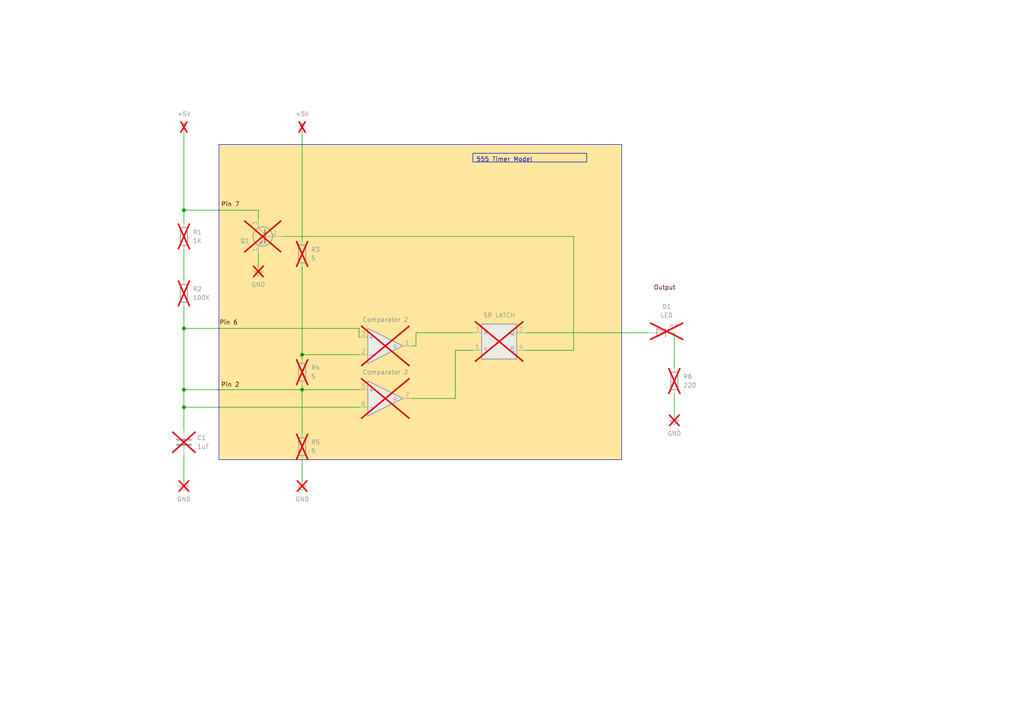
<source format=kicad_sch>
(kicad_sch (version 20231120) (generator "eeschema") (generator_version "8.0")
  (paper "A4")
  (lib_symbols
    (symbol "Comparator:LMV393" (pin_names (offset 0.127))
      (property "Reference" "U" (at 3.81 3.81 0))
      (property "Value" "LMV393" (at 6.35 -3.81 0))
      (symbol "LMV393_1_1"
        (polyline (pts (xy -5.08 5.08) (xy 5.08 0) (xy -5.08 -5.08) (xy -5.08 5.08)) (stroke (width 0.254)) (fill (type background)))
        (polyline (pts (xy 3.302 -0.508) (xy 2.794 -0.508) (xy 3.302 0) (xy 2.794 0.508) (xy 2.286 0) (xy 2.794 -0.508) (xy 2.286 -0.508)) (stroke (width 0.127)))
        (pin open_collector line (at 7.62 0 180) (length 2.54) (name "~") (number "1"))
        (pin input line (at -7.62 -2.54 0) (length 2.54) (name "-") (number "2"))
        (pin input line (at -7.62 2.54 0) (length 2.54) (name "+") (number "3"))
      )
      (symbol "LMV393_2_1"
        (polyline (pts (xy -5.08 5.08) (xy 5.08 0) (xy -5.08 -5.08) (xy -5.08 5.08)) (stroke (width 0.254)) (fill (type background)))
        (polyline (pts (xy 3.302 -0.508) (xy 2.794 -0.508) (xy 3.302 0) (xy 2.794 0.508) (xy 2.286 0) (xy 2.794 -0.508) (xy 2.286 -0.508)) (stroke (width 0.127)))
        (pin input line (at -7.62 2.54 0) (length 2.54) (name "+") (number "5"))
        (pin input line (at -7.62 -2.54 0) (length 2.54) (name "-") (number "6"))
        (pin open_collector line (at 7.62 0 180) (length 2.54) (name "~") (number "7"))
      )
      (symbol "LMV393_3_1"
        (pin power_in line (at -2.54 -7.62 90) (length 3.81) (name "V-") (number "4"))
        (pin power_in line (at -2.54 7.62 270) (length 3.81) (name "V+") (number "8"))
      )
    )
    (symbol "Device:C" (pin_numbers hide) (pin_names (offset 0.254))
      (property "Reference" "C" (at 0.635 2.54 0))
      (property "Value" "C" (at 0.635 -2.54 0))
      (symbol "C_0_1"
        (polyline (pts (xy -2.032 -0.762) (xy 2.032 -0.762)) (stroke (width 0.508)))
        (polyline (pts (xy -2.032 0.762) (xy 2.032 0.762)) (stroke (width 0.508)))
      )
      (symbol "C_1_1"
        (pin passive line (at 0 3.81 270) (length 2.794) (name "~") (number "1"))
        (pin passive line (at 0 -3.81 90) (length 2.794) (name "~") (number "2"))
      )
    )
    (symbol "Device:LED" (pin_numbers hide) (pin_names (offset 1.016) hide)
      (property "Reference" "D" (at 0 2.54 0))
      (property "Value" "LED" (at 0 -2.54 0))
      (symbol "LED_0_1"
        (polyline (pts (xy -1.27 -1.27) (xy -1.27 1.27)) (stroke (width 0.254)))
        (polyline (pts (xy -1.27 0) (xy 1.27 0)))
        (polyline (pts (xy 1.27 -1.27) (xy 1.27 1.27) (xy -1.27 0) (xy 1.27 -1.27)) (stroke (width 0.254)))
        (polyline (pts (xy -3.048 -0.762) (xy -4.572 -2.286) (xy -3.81 -2.286) (xy -4.572 -2.286) (xy -4.572 -1.524)))
        (polyline (pts (xy -1.778 -0.762) (xy -3.302 -2.286) (xy -2.54 -2.286) (xy -3.302 -2.286) (xy -3.302 -1.524)))
      )
      (symbol "LED_1_1"
        (pin passive line (at -3.81 0 0) (length 2.54) (name "K") (number "1"))
        (pin passive line (at 3.81 0 180) (length 2.54) (name "A") (number "2"))
      )
    )
    (symbol "Device:R" (pin_numbers hide) (pin_names (offset 0))
      (property "Reference" "R" (at 2.032 0 90))
      (property "Value" "R" (at 0 0 90))
      (symbol "R_0_1"
        (rectangle (start -1.016 -2.54) (end 1.016 2.54) (stroke (width 0.254)))
      )
      (symbol "R_1_1"
        (pin passive line (at 0 3.81 270) (length 1.27) (name "~") (number "1"))
        (pin passive line (at 0 -3.81 90) (length 1.27) (name "~") (number "2"))
      )
    )
    (symbol "Symbols_Only:74LS279"
      (property "Reference" "U2" (at 0 10.16 0))
      (property "Value" "SR LATCH" (at 0 7.62 0))
      (symbol "74LS279_1_1"
        (rectangle (start -5.08 5.08) (end 5.08 -5.08) (stroke (width 0.254)) (fill (type background)))
        (pin input line (at -7.62 -2.54 0) (length 2.54) (name "S") (number "1"))
        (pin input line (at 7.62 2.54 180) (length 2.54) (name "Q") (number "2"))
        (pin input line (at -7.62 2.54 0) (length 2.54) (name "R") (number "3"))
        (pin output line (at 7.62 -2.54 180) (length 2.54) (name "~{Q}") (number "4"))
      )
      (symbol "74LS279_2_1"
        (rectangle (start -5.08 5.08) (end 5.08 -5.08) (stroke (width 0.254)) (fill (type background)))
        (pin input line (at -7.62 -2.54 0) (length 2.54) (name "~{R}") (number "5"))
        (pin input line (at -7.62 2.54 0) (length 2.54) (name "~{S}") (number "6"))
        (pin output line (at 7.62 0 180) (length 2.54) (name "Q") (number "7"))
      )
      (symbol "74LS279_3_1"
        (rectangle (start -5.08 5.08) (end 5.08 -5.08) (stroke (width 0.254)) (fill (type background)))
        (pin input line (at -7.62 -2.54 0) (length 2.54) (name "~{R}") (number "10"))
        (pin input line (at -7.62 2.54 0) (length 2.54) (name "~{S}") (number "11"))
        (pin input line (at -7.62 0 0) (length 2.54) (name "~{S}") (number "12"))
        (pin output line (at 7.62 0 180) (length 2.54) (name "Q") (number "9"))
      )
      (symbol "74LS279_4_1"
        (rectangle (start -5.08 5.08) (end 5.08 -5.08) (stroke (width 0.254)) (fill (type background)))
        (pin output line (at 7.62 0 180) (length 2.54) (name "Q") (number "13"))
        (pin input line (at -7.62 -2.54 0) (length 2.54) (name "~{R}") (number "14"))
        (pin input line (at -7.62 2.54 0) (length 2.54) (name "~{S}") (number "15"))
      )
      (symbol "74LS279_5_0"
        (pin power_in line (at 0 10.16 270) (length 2.54) (name "VCC") (number "16"))
        (pin power_in line (at 0 -10.16 90) (length 2.54) (name "GND") (number "8"))
      )
      (symbol "74LS279_5_1"
        (rectangle (start -5.08 7.62) (end 5.08 -7.62) (stroke (width 0.254)) (fill (type background)))
      )
    )
    (symbol "Transistor_BJT:BC107" (pin_names (offset 0) hide)
      (property "Reference" "Q" (at 5.08 1.905 0))
      (property "Value" "BC107" (at 5.08 0 0))
      (symbol "BC107_0_1"
        (polyline (pts (xy 0.635 0.635) (xy 2.54 2.54)))
        (polyline (pts (xy 0.635 -0.635) (xy 2.54 -2.54) (xy 2.54 -2.54)))
        (polyline (pts (xy 0.635 1.905) (xy 0.635 -1.905) (xy 0.635 -1.905)) (stroke (width 0.508)))
        (polyline (pts (xy 1.27 -1.778) (xy 1.778 -1.27) (xy 2.286 -2.286) (xy 1.27 -1.778) (xy 1.27 -1.778)) (fill (type outline)))
        (circle (center 1.27 0) (radius 2.8194) (stroke (width 0.254)))
      )
      (symbol "BC107_1_1"
        (pin passive line (at 2.54 -5.08 90) (length 2.54) (name "E") (number "1"))
        (pin input line (at -5.08 0 0) (length 5.715) (name "B") (number "2"))
        (pin passive line (at 2.54 5.08 270) (length 2.54) (name "C") (number "3"))
      )
    )
    (symbol "power:+5V" (power) (pin_numbers hide) (pin_names (offset 0) hide)
      (property "Value" "+5V" (at 0 3.556 0))
      (symbol "+5V_0_1"
        (polyline (pts (xy -0.762 1.27) (xy 0 2.54)))
        (polyline (pts (xy 0 0) (xy 0 2.54)))
        (polyline (pts (xy 0 2.54) (xy 0.762 1.27)))
      )
      (symbol "+5V_1_1"
        (pin power_in line (at 0 0 90) (length 0) (name "~") (number "1"))
      )
    )
    (symbol "power:GND" (power) (pin_numbers hide) (pin_names (offset 0) hide)
      (property "Value" "GND" (at 0 -3.81 0))
      (symbol "GND_0_1"
        (polyline (pts (xy 0 0) (xy 0 -1.27) (xy 1.27 -1.27) (xy 0 -2.54) (xy -1.27 -1.27) (xy 0 -1.27)))
      )
      (symbol "GND_1_1"
        (pin power_in line (at 0 0 270) (length 0) (name "~") (number "1"))
      )
    )
  )
  (junction (at 53.34 118.11))
  (junction (at 53.34 95.25))
  (junction (at 53.34 113.03))
  (junction (at 53.34 60.96))
  (junction (at 87.63 113.03))
  (junction (at 87.63 102.87))
  (wire (pts (xy 53.34 60.96) (xy 53.34 64.77)))
  (wire (pts (xy 104.14 95.25) (xy 104.14 97.79)))
  (wire (pts (xy 53.34 95.25) (xy 53.34 88.9)))
  (wire (pts (xy 187.96 96.52) (xy 152.4 96.52)))
  (wire (pts (xy 87.63 102.87) (xy 104.14 102.87)))
  (wire (pts (xy 87.63 111.76) (xy 87.63 113.03)))
  (wire (pts (xy 87.63 113.03) (xy 87.63 125.73)))
  (wire (pts (xy 87.63 38.1) (xy 87.63 69.85)))
  (wire (pts (xy 132.08 101.6) (xy 137.16 101.6)))
  (wire (pts (xy 104.14 118.11) (xy 53.34 118.11)))
  (wire (pts (xy 120.65 100.33) (xy 120.65 96.52)))
  (wire (pts (xy 53.34 95.25) (xy 104.14 95.25)))
  (wire (pts (xy 152.4 101.6) (xy 166.37 101.6)))
  (wire (pts (xy 166.37 68.58) (xy 82.55 68.58)))
  (wire (pts (xy 87.63 102.87) (xy 87.63 104.14)))
  (wire (pts (xy 195.58 96.52) (xy 195.58 106.68)))
  (wire (pts (xy 74.93 73.66) (xy 74.93 77.47)))
  (wire (pts (xy 119.38 100.33) (xy 120.65 100.33)))
  (wire (pts (xy 74.93 60.96) (xy 74.93 63.5)))
  (wire (pts (xy 74.93 60.96) (xy 53.34 60.96)))
  (wire (pts (xy 132.08 101.6) (xy 132.08 115.57)))
  (wire (pts (xy 53.34 113.03) (xy 53.34 118.11)))
  (wire (pts (xy 87.63 113.03) (xy 104.14 113.03)))
  (wire (pts (xy 53.34 118.11) (xy 53.34 124.46)))
  (wire (pts (xy 53.34 132.08) (xy 53.34 139.7)))
  (wire (pts (xy 53.34 38.1) (xy 53.34 60.96)))
  (wire (pts (xy 53.34 113.03) (xy 87.63 113.03)))
  (wire (pts (xy 87.63 133.35) (xy 87.63 139.7)))
  (wire (pts (xy 53.34 113.03) (xy 53.34 95.25)))
  (wire (pts (xy 132.08 115.57) (xy 119.38 115.57)))
  (wire (pts (xy 120.65 96.52) (xy 137.16 96.52)))
  (wire (pts (xy 87.63 77.47) (xy 87.63 102.87)))
  (wire (pts (xy 166.37 101.6) (xy 166.37 68.58)))
  (wire (pts (xy 195.58 114.3) (xy 195.58 120.65)))
  (wire (pts (xy 53.34 72.39) (xy 53.34 81.28)))
  (rectangle (start 63.5 41.91) (end 180.34 133.35) (fill (type color) (color 255 231 159 1)))
  (text_box "555 Timer Model\n" (at 137.16 44.45 0) (size 33.02 2.54) (effects (font (size 1.27 1.27)) (justify left top)))
  (text "Pin 7" (at 66.802 59.436 0) (effects (font (size 1.27 1.27))))
  (text "Pin 6" (at 66.294 93.726 0) (effects (font (size 1.27 1.27))))
  (text "Output\n" (at 192.786 83.566 0) (effects (font (size 1.27 1.27))))
  (text "Pin 2" (at 66.802 111.76 0) (effects (font (size 1.27 1.27))))
  (symbol (lib_id "power:GND") (at 74.93 77.47 0) (unit 1) (in_bom no) (on_board no) (dnp yes)
    (property "Reference" "#PWR03" (effects (hide yes)))
    (property "Value" "GND" (at 74.93 82.55 0))
    (property "Description" "Power symbol creates a global label with name \"GND\" , ground" (effects (hide yes)))
  )
  (symbol (lib_id "Device:R") (at 87.63 107.95 0) (unit 1) (in_bom no) (on_board no) (dnp yes)
    (property "Reference" "R4" (at 90.17 106.6799 0) (effects (justify left)))
    (property "Value" "5" (at 90.17 109.2199 0) (effects (justify left)))
    (property "Description" "Resistor" (effects (hide yes)))
  )
  (symbol (lib_id "Comparator:LMV393") (at 111.76 115.57 0) (unit 2) (in_bom no) (on_board no) (dnp yes)
    (property "Reference" "U1" (effects (hide yes)))
    (property "Value" "Comparator 2" (at 111.76 107.95 0))
    (property "Datasheet" "http://www.ti.com/lit/ds/symlink/lmv331.pdf" (effects (hide yes)))
    (property "Description" "Dual General-Purpose Low-Voltage Comparator, SOIC-8/TSSOP-8/VSSOP-8" (effects (hide yes)))
  )
  (symbol (lib_id "power:+5V") (at 87.63 38.1 0) (unit 1) (in_bom no) (on_board no) (dnp yes)
    (property "Reference" "#PWR04" (effects (hide yes)))
    (property "Value" "+5V" (at 87.63 33.02 0))
    (property "Description" "Power symbol creates a global label with name \"+5V\"" (effects (hide yes)))
  )
  (symbol (lib_id "Device:R") (at 87.63 73.66 0) (unit 1) (in_bom no) (on_board no) (dnp yes)
    (property "Reference" "R3" (at 90.17 72.3899 0) (effects (justify left)))
    (property "Value" "5" (at 90.17 74.9299 0) (effects (justify left)))
    (property "Description" "Resistor" (effects (hide yes)))
  )
  (symbol (lib_id "Device:R") (at 195.58 110.49 0) (unit 1) (in_bom no) (on_board no) (dnp yes)
    (property "Reference" "R6" (at 198.12 109.2199 0) (effects (justify left)))
    (property "Value" "220" (at 198.12 111.7599 0) (effects (justify left)))
    (property "Description" "Resistor" (effects (hide yes)))
  )
  (symbol (lib_id "power:+5V") (at 53.34 38.1 0) (unit 1) (in_bom no) (on_board no) (dnp yes)
    (property "Reference" "#PWR01" (effects (hide yes)))
    (property "Value" "+5V" (at 53.34 33.02 0))
    (property "Description" "Power symbol creates a global label with name \"+5V\"" (effects (hide yes)))
  )
  (symbol (lib_id "Comparator:LMV393") (at 111.76 100.33 0) (unit 1) (in_bom no) (on_board no) (dnp yes)
    (property "Reference" "U1" (effects (hide yes)))
    (property "Value" "Comparator 2" (at 111.76 92.71 0))
    (property "Datasheet" "http://www.ti.com/lit/ds/symlink/lmv331.pdf" (effects (hide yes)))
    (property "Description" "Dual General-Purpose Low-Voltage Comparator, SOIC-8/TSSOP-8/VSSOP-8" (effects (hide yes)))
  )
  (symbol (lib_id "Device:R") (at 53.34 68.58 0) (unit 1) (in_bom no) (on_board no) (dnp yes)
    (property "Reference" "R1" (at 55.88 67.3099 0) (effects (justify left)))
    (property "Value" "1K" (at 55.88 69.8499 0) (effects (justify left)))
    (property "Description" "Resistor" (effects (hide yes)))
  )
  (symbol (lib_id "power:GND") (at 195.58 120.65 0) (unit 1) (in_bom no) (on_board no) (dnp yes)
    (property "Reference" "#PWR06" (effects (hide yes)))
    (property "Value" "GND" (at 195.58 125.73 0))
    (property "Description" "Power symbol creates a global label with name \"GND\" , ground" (effects (hide yes)))
  )
  (symbol (lib_id "Device:C") (at 53.34 128.27 0) (unit 1) (in_bom no) (on_board no) (dnp yes)
    (property "Reference" "C1" (at 57.15 126.9999 0) (effects (justify left)))
    (property "Value" "1uF" (at 57.15 129.5399 0) (effects (justify left)))
    (property "Description" "Unpolarized capacitor" (effects (hide yes)))
  )
  (symbol (lib_id "Transistor_BJT:BC107") (at 77.47 68.58 0) (mirror y) (unit 1) (in_bom no) (on_board no) (dnp yes)
    (property "Reference" "Q1" (at 72.39 69.8501 0) (effects (justify left)))
    (property "Value" "BC107" (effects (hide yes)))
    (property "Footprint" "Package_TO_SOT_THT:TO-18-3" (effects (hide yes)))
    (property "Datasheet" "http://www.b-kainka.de/Daten/Transistor/BC108.pdf" (effects (hide yes)))
    (property "Description" "0.1A Ic, 50V Vce, Low Noise General Purpose NPN Transistor, TO-18" (effects (hide yes)))
  )
  (symbol (lib_id "power:GND") (at 53.34 139.7 0) (unit 1) (in_bom no) (on_board no) (dnp yes)
    (property "Reference" "#PWR02" (effects (hide yes)))
    (property "Value" "GND" (at 53.34 144.78 0))
    (property "Description" "Power symbol creates a global label with name \"GND\" , ground" (effects (hide yes)))
  )
  (symbol (lib_id "Device:R") (at 87.63 129.54 0) (unit 1) (in_bom no) (on_board no) (dnp yes)
    (property "Reference" "R5" (at 90.17 128.2699 0) (effects (justify left)))
    (property "Value" "5" (at 90.17 130.8099 0) (effects (justify left)))
    (property "Description" "Resistor" (effects (hide yes)))
  )
  (symbol (lib_id "Symbols_Only:74LS279") (at 144.78 99.06 0) (unit 1) (in_bom no) (on_board no) (dnp yes)
    (property "Reference" "U2" (effects (hide yes)))
    (property "Value" "SR LATCH" (at 144.78 91.44 0))
    (property "Datasheet" "https://www.ti.com/lit/gpn/sn54ls279a" (effects (hide yes)))
    (property "Description" "Quad SR latch, DIP-16/SOIC-16/SOIC-16W" (effects (hide yes)))
  )
  (symbol (lib_id "power:GND") (at 87.63 139.7 0) (unit 1) (in_bom no) (on_board no) (dnp yes)
    (property "Reference" "#PWR05" (effects (hide yes)))
    (property "Value" "GND" (at 87.63 144.78 0))
    (property "Description" "Power symbol creates a global label with name \"GND\" , ground" (effects (hide yes)))
  )
  (symbol (lib_id "Device:R") (at 53.34 85.09 0) (unit 1) (in_bom no) (on_board no) (dnp yes)
    (property "Reference" "R2" (at 55.88 83.8199 0) (effects (justify left)))
    (property "Value" "100K" (at 55.88 86.3599 0) (effects (justify left)))
    (property "Description" "Resistor" (effects (hide yes)))
  )
  (symbol (lib_id "Device:LED") (at 191.77 96.52 180) (unit 1) (in_bom no) (on_board no) (dnp yes)
    (property "Reference" "D1" (at 193.3575 88.9 0))
    (property "Value" "LED" (at 193.3575 91.44 0))
    (property "Description" "Light emitting diode" (effects (hide yes)))
  )
)
</source>
